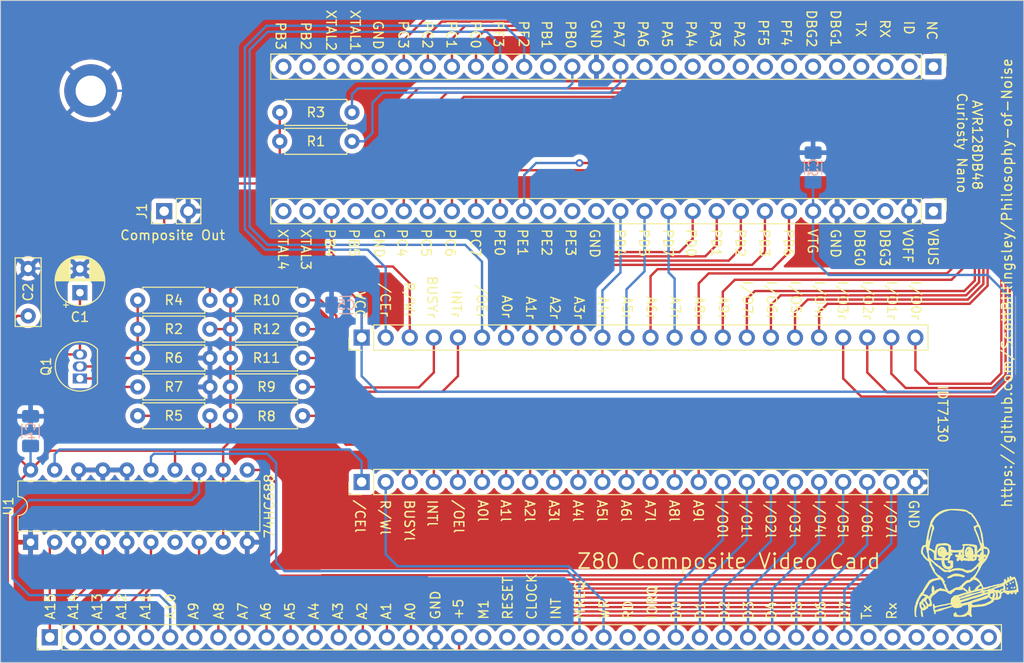
<source format=kicad_pcb>
(kicad_pcb (version 20221018) (generator pcbnew)
  (layers (0 "F.Cu" signal) (31 "B.Cu" signal) (34 "B.Paste" user) (35 "F.Paste" user) (36 "B.SilkS" user "B.Silkscreen") (37 "F.SilkS" user "F.Silkscreen") (38 "B.Mask" user) (39 "F.Mask" user) (44 "Edge.Cuts" user))
  (net 0 "")
  (net 1 "+5 vdc")
  (net 2 "GND")
  (net 3 "Net-(J1-In)")
  (net 4 "{slash}CE L")
  (net 5 "R{slash}W L")
  (net 6 "Net-(J4-Pin_3)")
  (net 7 "Net-(J4-Pin_4)")
  (net 8 "Net-(J4-Pin_5)")
  (net 9 "Net-(J4-Pin_16)")
  (net 10 "Net-(J4-Pin_17)")
  (net 11 "Net-(J4-Pin_18)")
  (net 12 "Net-(J4-Pin_19)")
  (net 13 "Net-(J4-Pin_20)")
  (net 14 "Net-(J4-Pin_21)")
  (net 15 "Net-(J4-Pin_22)")
  (net 16 "Net-(J4-Pin_23)")
  (net 17 "{slash}CE R")
  (net 18 "R{slash}W R")
  (net 19 "Net-(J5-Pin_4)")
  (net 20 "Net-(J5-Pin_5)")
  (net 21 "{slash}OE R")
  (net 22 "A0")
  (net 23 "A1")
  (net 24 "A2")
  (net 25 "A3")
  (net 26 "A4")
  (net 27 "A5")
  (net 28 "A6")
  (net 29 "A7")
  (net 30 "A8")
  (net 31 "A9")
  (net 32 "I{slash}O 7")
  (net 33 "I{slash}O 6")
  (net 34 "I{slash}O 5")
  (net 35 "I{slash}O 4")
  (net 36 "I{slash}O 3")
  (net 37 "I{slash}O 2")
  (net 38 "I{slash}O 1")
  (net 39 "I{slash}O 0")
  (net 40 "A15 L")
  (net 41 "A14 L")
  (net 42 "A13 L")
  (net 43 "A12 L")
  (net 44 "A11 L")
  (net 45 "A10 L")
  (net 50 "MREQ")
  (net 72 "Data Out")
  (net 73 "Sync Out")
  (net 90 "Net-(Q1-E)")
  (net 91 "Net-(Q1-B)")
  (net 92 "Net-(R1-Pad1)")
  (net 93 "A0 L")
  (net 94 "A1 L")
  (net 95 "A2 L")
  (net 96 "A3 L")
  (net 97 "A4 L")
  (net 98 "A5 L")
  (net 99 "A6 L")
  (net 100 "A7 L")
  (net 101 "A8 L")
  (net 102 "A9 L")
  (footprint "Resistor_THT:R_Axial_DIN0207_L6.3mm_D2.5mm_P7.62mm_Horizontal" (layer "F.Cu") (at 40.386 76.327)
    (fp_text reference "R6")
    (fp_text value "1k8" hide)
  )
  (footprint "Resistor_THT:R_Axial_DIN0207_L6.3mm_D2.5mm_P7.62mm_Horizontal" (layer "F.Cu") (at 40.386 70.231)
    (fp_text reference "R4")
    (fp_text value "4k7" hide)
  )
  (footprint "Resistor_THT:R_Axial_DIN0207_L6.3mm_D2.5mm_P7.62mm_Horizontal" (layer "F.Cu") (at 40.386 79.375)
    (fp_text reference "R7")
    (fp_text value "470" hide)
  )
  (footprint "Resistor_THT:R_Axial_DIN0207_L6.3mm_D2.5mm_P7.62mm_Horizontal" (layer "F.Cu") (at 40.386 82.423)
    (fp_text reference "R5")
    (fp_text value "100" hide)
  )
  (footprint "Resistor_THT:R_Axial_DIN0207_L6.3mm_D2.5mm_P7.62mm_Horizontal" (layer "F.Cu") (at 50.165 73.279)
    (fp_text reference "R12")
    (fp_text value "10K" hide)
  )
  (footprint "Connector_PinHeader_2.54mm:PinHeader_1x02_P2.54mm_Vertical" (layer "F.Cu") (at 43.175 60.833 90)
    (fp_text reference "J1")
    (fp_text value "Composite Out")
  )
  (footprint "Connector_PinHeader_2.54mm:PinHeader_1x28_P2.54mm_Vertical" (layer "F.Cu") (at 124.333 60.833 -90)
    (fp_text reference "J8" hide)
    (fp_text value "Conn_01x28" hide)
  )
  (footprint "Connector_PinHeader_2.54mm:PinHeader_1x40_P2.54mm_Vertical" (layer "F.Cu") (at 31.115 105.791 90)
    (fp_text reference "J6" hide)
    (fp_text value "Z80 Bus" hide)
  )
  (footprint "Resistor_THT:R_Axial_DIN0207_L6.3mm_D2.5mm_P7.62mm_Horizontal" (layer "F.Cu") (at 57.785 82.423 180)
    (fp_text reference "R8")
    (fp_text value "10K" hide)
  )
  (footprint "Capacitor_THT:C_Rect_L7.0mm_W2.5mm_P5.00mm" (layer "F.Cu") (at 28.829 71.882 90)
    (fp_text reference "C2")
    (fp_text value "100n" hide)
  )
  (footprint "Resistor_THT:R_Axial_DIN0207_L6.3mm_D2.5mm_P7.62mm_Horizontal" (layer "F.Cu") (at 48.006 73.279 180)
    (fp_text reference "R2")
    (fp_text value "8k2" hide)
  )
  (footprint "Connector_PinHeader_2.54mm:PinHeader_1x24_P2.54mm_Vertical" (layer "F.Cu") (at 64.008 74.168 90)
    (fp_text reference "J5" hide)
    (fp_text value "Conn_01x24" hide)
  )
  (footprint "Capacitor_THT:CP_Radial_D5.0mm_P2.50mm" (layer "F.Cu") (at 34.29 69.429 90)
    (fp_text reference "C1")
    (fp_text value "10u")
  )
  (footprint "LOGO" (layer "F.Cu") (at 127.508 97.79)
    (fp_text reference "G***")
    (fp_text value "LOGO" hide)
  )
  (footprint "Package_DIP:DIP-20_W7.62mm" (layer "F.Cu") (at 29.083 95.758 90)
    (fp_text reference "U1")
    (fp_text value "74HC688")
  )
  (footprint "Resistor_THT:R_Axial_DIN0207_L6.3mm_D2.5mm_P7.62mm_Horizontal" (layer "F.Cu") (at 50.165 70.231)
    (fp_text reference "R10")
    (fp_text value "10K" hide)
  )
  (footprint "Package_TO_SOT_THT:TO-92_Inline" (layer "F.Cu") (at 34.29 78.486 90)
    (fp_text reference "Q1")
    (fp_text value "2N3904")
  )
  (footprint "Resistor_THT:R_Axial_DIN0207_L6.3mm_D2.5mm_P7.62mm_Horizontal" (layer "F.Cu") (at 57.785 76.327 180)
    (fp_text reference "R11")
    (fp_text value "10K" hide)
  )
  (footprint "Resistor_THT:R_Axial_DIN0207_L6.3mm_D2.5mm_P7.62mm_Horizontal" (layer "F.Cu") (at 55.372 53.467)
    (fp_text reference "R1")
    (fp_text value "470")
  )
  (footprint "Connector_PinHeader_2.54mm:PinHeader_1x28_P2.54mm_Vertical" (layer "F.Cu") (at 124.333 45.593 -90)
    (fp_text reference "J7" hide)
    (fp_text value "Conn_01x28" hide)
  )
  (footprint "MountingHole:MountingHole_3.2mm_M3_DIN965_Pad" (layer "F.Cu") (at 35.433 48.133)
    (fp_text reference "REF**" hide)
    (fp_text value "MountingHole_3.2mm_M3_DIN965_Pad" hide)
  )
  (footprint "Resistor_THT:R_Axial_DIN0207_L6.3mm_D2.5mm_P7.62mm_Horizontal" (layer "F.Cu") (at 57.785 79.375 180)
    (fp_text reference "R9")
    (fp_text value "10K" hide)
  )
  (footprint "Resistor_THT:R_Axial_DIN0207_L6.3mm_D2.5mm_P7.62mm_Horizontal" (layer "F.Cu") (at 55.372 50.419)
    (fp_text reference "R3")
    (fp_text value "1k")
  )
  (footprint "Connector_PinHeader_2.54mm:PinHeader_1x24_P2.54mm_Vertical" (layer "F.Cu") (at 64.008 89.408 90)
    (fp_text reference "J4" hide)
    (fp_text value "Conn_01x24" hide)
  )
  (footprint "Capacitor_SMD:C_1206_3216Metric_Pad1.33x1.80mm_HandSolder" (layer "B.Cu") (at 62.3955 70.739 180)
    (fp_text reference "C5")
    (fp_text value "100n" hide)
  )
  (footprint "Capacitor_SMD:C_1206_3216Metric_Pad1.33x1.80mm_HandSolder" (layer "B.Cu") (at 111.633 56.2225 90)
    (fp_text reference "C3")
    (fp_text value "100n" hide)
  )
  (footprint "Capacitor_SMD:C_1206_3216Metric_Pad1.33x1.80mm_HandSolder" (layer "B.Cu") (at 29.083 84.0355 90)
    (fp_text reference "C4")
    (fp_text value "100n" hide)
  )
  (gr_line (start 25.908 108.458) (end 133.858 108.458) (stroke (width 0.1)) (layer "Edge.Cuts"))
  (gr_line (start 25.908 108.458) (end 25.908 38.608) (stroke (width 0.1)) (layer "Edge.Cuts"))
  (gr_line (start 133.858 108.458) (end 133.858 38.608) (stroke (width 0.1)) (layer "Edge.Cuts"))
  (gr_line (start 133.858 38.608) (end 25.908 38.608) (stroke (width 0.1)) (layer "Edge.Cuts"))
  (gr_text "PB5" (at 62.611 62.611 -90) (layer "F.SilkS") (effects (font (size 1 1)) (justify left bottom)))
  (gr_text "D4" (at 107.823 104.013 90) (layer "F.SilkS") (effects (font (size 1 1)) (justify left bottom)))
  (gr_text "PA7" (at 90.551 40.64 -90) (layer "F.SilkS") (effects (font (size 1 1)) (justify left bottom)))
  (gr_text "PD5" (at 93.218 62.611 -90) (layer "F.SilkS") (effects (font (size 1 1)) (justify left bottom)))
  (gr_text "PB0" (at 85.471 40.64 -90) (layer "F.SilkS") (effects (font (size 1 1)) (justify left bottom)))
  (gr_text "A0r" (at 78.74 69.596 -90) (layer "F.SilkS") (effects (font (size 1 1)) (justify left bottom)))
  (gr_text "XTAL4" (at 55.118 62.611 -90) (layer "F.SilkS") (effects (font (size 1 1)) (justify left bottom)))
  (gr_text "DBG0" (at 115.951 62.611 -90) (layer "F.SilkS") (effects (font (size 1 1)) (justify left bottom)))
  (gr_text "A3" (at 62.103 104.013 90) (layer "F.SilkS") (effects (font (size 1 1)) (justify left bottom)))
  (gr_text "A1r" (at 81.28 69.723 -90) (layer "F.SilkS") (effects (font (size 1 1)) (justify left bottom)))
  (gr_text "PC6" (at 72.771 62.611 -90) (layer "F.SilkS") (effects (font (size 1 1)) (justify left bottom)))
  (gr_text "VOFF" (at 121.031 62.611 -90) (layer "F.SilkS") (effects (font (size 1 1)) (justify left bottom)))
  (gr_text "XTAL3" (at 57.531 62.611 -90) (layer "F.SilkS") (effects (font (size 1 1)) (justify left bottom)))
  (gr_text "PD3" (at 105.918 62.611 -90) (layer "F.SilkS") (effects (font (size 1 1)) (justify left bottom)))
  (gr_text "Tx" (at 117.856 104.013 90) (layer "F.SilkS") (effects (font (size 1 1)) (justify left bottom)))
  (gr_text "I/O3r" (at 114.173 68.072 -90) (layer "F.SilkS") (effects (font (size 1 1)) (justify left bottom)))
  (gr_text "/OEr" (at 76.073 68.453 -90) (layer "F.SilkS") (effects (font (size 1 1)) (justify left bottom)))
  (gr_text "PC2" (at 70.358 40.64 -90) (layer "F.SilkS") (effects (font (size 1 1)) (justify left bottom)))
  (gr_text "PC0" (at 75.438 40.64 -90) (layer "F.SilkS") (effects (font (size 1 1)) (justify left bottom)))
  (gr_text "TX" (at 116.078 40.64 -90) (layer "F.SilkS") (effects (font (size 1 1)) (justify left bottom)))
  (gr_text "A5l" (at 88.773 91.186 -90) (layer "F.SilkS") (effects (font (size 1 1)) (justify left bottom)))
  (gr_text "A8l" (at 96.393 91.186 -90) (layer "F.SilkS") (effects (font (size 1 1)) (justify left bottom)))
  (gr_text "VCC" (at 63.246 69.215 -90) (layer "F.SilkS") (effects (font (size 1 1)) (justify left bottom)))
  (gr_text "DBG3" (at 118.618 62.611 -90) (layer "F.SilkS") (effects (font (size 1 1)) (justify left bottom)))
  (gr_text "I/O7l" (at 119.253 91.186 -90) (layer "F.SilkS") (effects (font (size 1 1)) (justify left bottom)))
  (gr_text "GND" (at 72.39 104.013 90) (layer "F.SilkS") (effects (font (size 1 1)) (justify left bottom)))
  (gr_text "A9" (at 46.863 104.013 90) (layer "F.SilkS") (effects (font (size 1 1)) (justify left bottom)))
  (gr_text "I/O5l" (at 114.173 91.186 -90) (layer "F.SilkS") (effects (font (size 1 1)) (justify left bottom)))
  (gr_text "I/O2l" (at 106.553 91.186 -90) (layer "F.SilkS") (effects (font (size 1 1)) (justify left bottom)))
  (gr_text "PA3" (at 100.711 40.64 -90) (layer "F.SilkS") (effects (font (size 1 1)) (justify left bottom)))
  (gr_text "PF4" (at 108.204 40.513 -90) (layer "F.SilkS") (effects (font (size 1 1)) (justify left bottom)))
  (gr_text "A15" (at 31.75 104.013 90) (layer "F.SilkS") (effects (font (size 1 1)) (justify left bottom)))
  (gr_text "R/Wl" (at 65.913 91.186 -90) (layer "F.SilkS") (effects (font (size 1 1)) (justify left bottom)))
  (gr_text "I/O6l" (at 116.713 91.186 -90) (layer "F.SilkS") (effects (font (size 1 1)) (justify left bottom)))
  (gr_text "A5r" (at 91.44 69.723 -90) (layer "F.SilkS") (effects (font (size 1 1)) (justify left bottom)))
  (gr_text "I/O6r" (at 106.68 68.072 -90) (layer "F.SilkS") (effects (font (size 1 1)) (justify left bottom)))
  (gr_text "A4l" (at 86.233 91.186 -90) (layer "F.SilkS") (effects (font (size 1 1)) (justify left bottom)))
  (gr_text "RESET" (at 80.01 104.013 90) (layer "F.SilkS") (effects (font (size 1 1)) (justify left bottom)))
  (gr_text "A1" (at 67.183 104.013 90) (layer "F.SilkS") (effects (font (size 1 1)) (justify left bottom)))
  (gr_text "M1" (at 77.47 104.013 90) (layer "F.SilkS") (effects (font (size 1 1)) (justify left bottom)))
  (gr_text "D2" (at 102.87 104.013 90) (layer "F.SilkS") (effects (font (size 1 1)) (justify left bottom)))
  (gr_text "I/O2r" (at 116.84 68.072 -90) (layer "F.SilkS") (effects (font (size 1 1)) (justify left bottom)))
  (gr_text "IDT7130" (at 124.714 79.121 -90) (layer "F.SilkS") (effects (font (size 1 1)) (justify left bottom)))
  (gr_text "PE3" (at 85.471 62.611 -90) (layer "F.SilkS") (effects (font (size 1 1)) (justify left bottom)))
  (gr_text "PA5" (at 95.631 40.64 -90) (layer "F.SilkS") (effects (font (size 1 1)) (justify left bottom)))
  (gr_text "PE2" (at 82.931 62.611 -90) (layer "F.SilkS") (effects (font (size 1 1)) (justify left bottom)))
  (gr_text "PC1" (at 72.898 40.64 -90) (layer "F.SilkS") (effects (font (size 1 1)) (justify left bottom)))
  (gr_text "DBG2" (at 110.871 39.497 -90) (layer "F.SilkS") (effects (font (size 1 1)) (justify left bottom)))
  (gr_text "A4" (at 59.563 104.013 90) (layer "F.SilkS") (effects (font (size 1 1)) (justify left bottom)))
  (gr_text "PD2" (at 103.378 62.611 -90) (layer "F.SilkS") (effects (font (size 1 1)) (justify left bottom)))
  (gr_text "PF5" (at 105.791 40.513 -90) (layer "F.SilkS") (effects (font (size 1 1)) (justify left bottom)))
  (gr_text "https://github.com/ScottBillingsley/Philosophy-of-Noise" (at 132.715 92.202 90) (layer "F.SilkS") (effects (font (size 1.0668 1.0668)) (justify left bottom)))
  (gr_text "DBG1" (at 113.411 39.497 -90) (layer "F.SilkS") (effects (font (size 1 1)) (justify left bottom)))
  (gr_text "GND" (at 65.278 62.611 -90) (layer "F.SilkS") (effects (font (size 1 1)) (justify left bottom)))
  (gr_text "PA2" (at 103.251 40.64 -90) (layer "F.SilkS") (effects (font (size 1 1)) (justify left bottom)))
  (gr_text "PD6" (at 108.458 62.611 -90) (layer "F.SilkS") (effects (font (size 1 1)) (justify left bottom)))
  (gr_text "A2l" (at 81.153 91.186 -90) (layer "F.SilkS") (effects (font (size 1 1)) (justify left bottom)))
  (gr_text "IORQ" (at 95.25 104.013 90) (layer "F.SilkS") (effects (font (size 1 1)) (justify left bottom)))
  (gr_text "I/O0r" (at 121.92 68.072 -90) (layer "F.SilkS") (effects (font (size 1 1)) (justify left bottom)))
  (gr_text "PA4" (at 98.171 40.64 -90) (layer "F.SilkS") (effects (font (size 1 1)) (justify left bottom)))
  (gr_text "D1" (at 100.33 104.013 90) (layer "F.SilkS") (effects (font (size 1 1)) (justify left bottom)))
  (gr_text "WR" (at 90.17 104.013 90) (layer "F.SilkS") (effects (font (size 1 1)) (justify left bottom)))
  (gr_text "PC4" (at 67.691 62.611 -90) (layer "F.SilkS") (effects (font (size 1 1)) (justify left bottom)))
  (gr_text "PB3" (at 54.864 40.767 -90) (layer "F.SilkS") (effects (font (size 1 1)) (justify left bottom)))
  (gr_text "VTG" (at 110.998 62.611 -90) (layer "F.SilkS") (effects (font (size 1 1)) (justify left bottom)))
  (gr_text "A6r" (at 93.98 69.723 -90) (layer "F.SilkS") (effects (font (size 1 1)) (justify left bottom)))
  (gr_text "GND" (at 88.011 62.611 -90) (layer "F.SilkS") (effects (font (size 1 1)) (justify left bottom)))
  (gr_text "D7" (at 115.57 104.013 90) (layer "F.SilkS") (effects (font (size 1 1)) (justify left bottom)))
  (gr_text "GND" (at 65.151 40.64 -90) (layer "F.SilkS") (effects (font (size 1 1)) (justify left bottom)))
  (gr_text "A4r" (at 88.9 69.723 -90) (layer "F.SilkS") (effects (font (size 1 1)) (justify left bottom)))
  (gr_text "A6l" (at 91.313 91.186 -90) (layer "F.SilkS") (effects (font (size 1 1)) (justify left bottom)))
  (gr_text "VBUS" (at 123.698 62.611 -90) (layer "F.SilkS") (effects (font (size 1 1)) (justify left bottom)))
  (gr_text "I/O7r" (at 104.14 68.072 -90) (layer "F.SilkS") (effects (font (size 1 1)) (justify left bottom)))
  (gr_text "A8" (at 49.53 104.013 90) (layer "F.SilkS") (effects (font (size 1 1)) (justify left bottom)))
  (gr_text "A2r" (at 83.82 69.723 -90) (layer "F.SilkS") (effects (font (size 1 1)) (justify left bottom)))
  (gr_text "A9l" (at 98.933 91.186 -90) (layer "F.SilkS") (effects (font (size 1 1)) (justify left bottom)))
  (gr_text "A5" (at 57.023 104.013 90) (layer "F.SilkS") (effects (font (size 1 1)) (justify left bottom)))
  (gr_text "I/O4l" (at 111.76 91.186 -90) (layer "F.SilkS") (effects (font (size 1 1)) (justify left bottom)))
  (gr_text "+5" (at 74.803 104.013 90) (layer "F.SilkS") (effects (font (size 1 1)) (justify left bottom)))
  (gr_text "A1l" (at 78.613 91.186 -90) (layer "F.SilkS") (effects (font (size 1 1)) (justify left bottom)))
  (gr_text "A7l" (at 93.853 91.186 -90) (layer "F.SilkS") (effects (font (size 1 1)) (justify left bottom)))
  (gr_text "MREQ" (at 87.63 104.013 90) (layer "F.SilkS") (effects (font (size 1 1)) (justify left bottom)))
  (gr_text "XTAL1" (at 62.738 39.497 -90) (layer "F.SilkS") (effects (font (size 1 1)) (justify left bottom)))
  (gr_text " AVR128DB48\nCuriosty Nano" (at 126.746 48.26 -90) (layer "F.SilkS") (effects (font (size 1 1)) (justify left bottom)))
  (gr_text "A0l" (at 76.2 91.186 -90) (layer "F.SilkS") (effects (font (size 1 1)) (justify left bottom)))
  (gr_text "D5" (at 110.49 104.013 90) (layer "F.SilkS") (effects (font (size 1 1)) (justify left bottom)))
  (gr_text "A7r" (at 96.52 69.723 -90) (layer "F.SilkS") (effects (font (size 1 1)) (justify left bottom)))
  (gr_text "PD4" (at 90.678 62.611 -90) (layer "F.SilkS") (effects (font (size 1 1)) (justify left bottom)))
  (gr_text "PB1" (at 82.931 40.64 -90) (layer "F.SilkS") (effects (font (size 1 1)) (justify left bottom)))
  (gr_text "PD1" (at 100.838 62.611 -90) (layer "F.SilkS") (effects (font (size 1 1)) (justify left bottom)))
  (gr_text "BUSYl" (at 68.453 91.186 -90) (layer "F.SilkS") (effects (font (size 1 1)) (justify left bottom)))
  (gr_text "A14" (at 34.163 104.013 90) (layer "F.SilkS") (effects (font (size 1 1)) (justify left bottom)))
  (gr_text "RX" (at 118.618 40.513 -90) (layer "F.SilkS") (effects (font (size 1 1)) (justify left bottom)))
  (gr_text "A12" (at 39.243 104.013 90) (layer "F.SilkS") (effects (font (size 1 1)) (justify left bottom)))
  (gr_text "Z80 Composite Video Card" (at 86.614 98.679) (layer "F.SilkS") (effects (font (size 1.5748 1.5748) (thickness 0.1778)) (justify left bottom)))
  (gr_text "Rx" (at 120.523 104.013 90) (layer "F.SilkS") (effects (font (size 1 1)) (justify left bottom)))
  (gr_text "NC" (at 123.571 40.64 -90) (layer "F.SilkS") (effects (font (size 1 1)) (justify left bottom)))
  (gr_text "A6" (at 54.483 104.013 90) (layer "F.SilkS") (effects (font (size 1 1)) (justify left bottom)))
  (gr_text "A3r" (at 86.36 69.723 -90) (layer "F.SilkS") (effects (font (size 1 1)) (justify left bottom)))
  (gr_text "A0" (at 69.723 104.013 90) (layer "F.SilkS") (effects (font (size 1 1)) (justify left bottom)))
  (gr_text "ID" (at 121.158 40.64 -90) (layer "F.SilkS") (effects (font (size 1 1)) (justify left bottom)))
  (gr_text "A8r" (at 99.06 69.723 -90) (layer "F.SilkS") (effects (font (size 1 1)) (justify left bottom)))
  (gr_text "/CEl" (at 63.246 91.186 -90) (layer "F.SilkS") (effects (font (size 1 1)) (justify left bottom)))
  (gr_text "PC7" (at 75.438 62.611 -90) (layer "F.SilkS") (effects (font (size 1 1)) (justify left bottom)))
  (gr_text "PF2" (at 80.518 40.64 -90) (layer "F.SilkS") (effects (font (size 1 1)) (justify left bottom)))
  (gr_text "/OEl" (at 73.66 91.186 -90) (layer "F.SilkS") (effects (font (size 1 1)) (justify left bottom)))
  (gr_text "INTl" (at 70.866 91.186 -90) (layer "F.SilkS") (effects (font (size 1 1)) (justify left bottom)))
  (gr_text "CLOCK" (at 82.55 104.013 90) (layer "F.SilkS") (effects (font (size 1 1)) (justify left bottom)))
  (gr_text "I/O1l" (at 104.013 91.186 -90) (layer "F.SilkS") (effects (font (size 1 1)) (justify left bottom)))
  (gr_text "A7" (at 52.07 104.013 90) (layer "F.SilkS") (effects (font (size 1 1)) (justify left bottom)))
  (gr_text "/CEr" (at 65.913 68.326 -90) (layer "F.SilkS") (effects (font (size 1 1)) (justify left bottom)))
  (gr_text "XTAL2" (at 60.198 39.497 -90) (layer "F.SilkS") (effects (font (size 1 1)) (justify left bottom)))
  (gr_text "GND" (at 113.411 62.611 -90) (layer "F.SilkS") (effects (font (size 1 1)) (justify left bottom)))
  (gr_text "PE1" (at 80.391 62.611 -90) (layer "F.SilkS") (effects (font (size 1 1)) (justify left bottom)))
  (gr_text "GND" (at 88.138 40.513 -90) (layer "F.SilkS") (effects (font (size 1 1)) (justify left bottom)))
  (gr_text "I/O0l" (at 101.473 91.186 -90) (layer "F.SilkS") (effects (font (size 1 1)) (justify left bottom)))
  (gr_text "PB2" (at 57.531 40.767 -90) (layer "F.SilkS") (effects (font (size 1 1)) (justify left bottom)))
  (gr_text "INTr" (at 73.406 69.088 -90) (layer "F.SilkS") (effects (font (size 1 1)) (justify left bottom)))
  (gr_text "PA6" (at 93.091 40.64 -90) (layer "F.SilkS") (effects (font (size 1 1)) (justify left bottom)))
  (gr_text "D3" (at 105.41 104.013 90) (layer "F.SilkS") (effects (font (size 1 1)) (justify left bottom)))
  (gr_text "A10" (at 44.45 104.013 90) (layer "F.SilkS") (effects (font (size 1 1)) (justify left bottom)))
  (gr_text "BUSYr" (at 70.866 67.564 -90) (layer "F.SilkS") (effects (font (size 1 1)) (justify left bottom)))
  (gr_text "D0" (at 97.79 104.013 90) (layer "F.SilkS") (effects (font (size 1 1)) (justify left bottom)))
  (gr_text "PB4" (at 60.071 62.611 -90) (layer "F.SilkS") (effects (font (size 1 1)) (justify left bottom)))
  (gr_text "PC3" (at 67.818 40.64 -90) (layer "F.SilkS") (effects (font (size 1 1)) (justify left bottom)))
  (gr_text "I/O5r" (at 109.22 68.072 -90) (layer "F.SilkS") (effects (font (size 1 1)) (justify left bottom)))
  (gr_text "GND" (at 121.666 91.186 -90) (layer "F.SilkS") (effects (font (size 1 1)) (justify left bottom)))
  (gr_text "INT" (at 85.09 104.013 90) (layer "F.SilkS") (effects (font (size 1 1)) (justify left bottom)))
  (gr_text "A11" (at 41.783 104.013 90) (layer "F.SilkS") (effects (font (size 1 1)) (justify left bottom)))
  (gr_text "PC5" (at 70.231 62.611 -90) (layer "F.SilkS") (effects (font (size 1 1)) (justify left bottom)))
  (gr_text "RD" (at 92.71 104.013 90) (layer "F.SilkS") (effects (font (size 1 1)) (justify left bottom)))
  (gr_text "A13" (at 36.703 104.013 90) (layer "F.SilkS") (effects (font (size 1 1)) (justify left bottom)))
  (gr_text "D6" (at 113.03 104.013 90) (layer "F.SilkS") (effects (font (size 1 1)) (justify left bottom)))
  (gr_text "A9r" (at 101.6 69.723 -90) (layer "F.SilkS") (effects (font (size 1 1)) (justify left bottom)))
  (gr_text "I/O4r" (at 111.76 68.072 -90) (layer "F.SilkS") (effects (font (size 1 1)) (justify left bottom)))
  (gr_text "A2" (at 64.643 104.013 90) (layer "F.SilkS") (effects (font (size 1 1)) (justify left bottom)))
  (gr_text "R/Wr" (at 68.453 68.199 -90) (layer "F.SilkS") (effects (font (size 1 1)) (justify left bottom)))
  (gr_text "I/O3l" (at 109.093 91.186 -90) (layer "F.SilkS") (effects (font (size 1 1)) (justify left bottom)))
  (gr_text "PF3" (at 77.851 40.64 -90) (layer "F.SilkS") (effects (font (size 1 1)) (justify left bottom)))
  (gr_text "PD7" (at 95.758 62.611 -90) (layer "F.SilkS") (effects (font (size 1 1)) (justify left bottom)))
  (gr_text "A3l" (at 83.693 91.186 -90) (layer "F.SilkS") (effects (font (size 1 1)) (justify left bottom)))
  (gr_text "PE0" (at 77.978 62.611 -90) (layer "F.SilkS") (effects (font (size 1 1)) (justify left bottom)))
  (gr_text "PD0" (at 98.171 62.611 -90) (layer "F.SilkS") (effects (font (size 1 1)) (justify left bottom)))
  (gr_text "I/O1r" (at 119.38 68.072 -90) (layer "F.SilkS") (effects (font (size 1 1)) (justify left bottom)))
  (segment (start 50.165 76.327) (end 50.165 79.375) (width 0.25) (layer "F.Cu") (net 1))
  (segment (start 74.295 107.061) (end 73.787 107.569) (width 0.25) (layer "F.Cu") (net 1))
  (segment (start 61.849 68.453) (end 50.8 68.453) (width 0.25) (layer "F.Cu") (net 1))
  (segment (start 64.008 74.168) (end 64.008 70.612) (width 0.25) (layer "F.Cu") (net 1))
  (segment (start 49.403 85.852) (end 50.165 85.09) (width 0.25) (layer "F.Cu") (net 1))
  (segment (start 73.787 107.569) (end 28.321 107.569) (width 0.25) (layer "F.Cu") (net 1))
  (segment (start 29.083 88.138) (end 31.115 86.106) (width 0.25) (layer "F.Cu") (net 1))
  (segment (start 27.051 72.517) (end 27.686 71.882) (width 0.25) (layer "F.Cu") (net 1))
  (segment (start 64.008 70.612) (end 61.849 68.453) (width 0.25) (layer "F.Cu") (net 1))
  (segment (start 29.083 88.138) (end 27.051 86.106) (width 0.25) (layer "F.Cu") (net 1))
  (segment (start 26.67 105.918) (end 26.67 92.075) (width 0.25) (layer "F.Cu") (net 1))
  (segment (start 27.051 75.946) (end 27.051 72.517) (width 0.25) (layer "F.Cu") (net 1))
  (segment (start 50.165 85.09) (end 50.165 82.423) (width 0.25) (layer "F.Cu") (net 1))
  (segment (start 49.403 88.138) (end 49.403 86.106) (width 0.25) (layer "F.Cu") (net 1))
  (segment (start 44.323 86.106) (end 49.403 86.106) (width 0.25) (layer "F.Cu") (net 1))
  (segment (start 44.323 88.138) (end 44.323 86.106) (width 0.25) (layer "F.Cu") (net 1))
  (segment (start 34.29 75.946) (end 27.051 75.946) (width 0.25) (layer "F.Cu") (net 1))
  (segment (start 74.295 105.791) (end 74.295 107.061) (width 0.25) (layer "F.Cu") (net 1))
  (segment (start 49.403 95.758) (end 49.403 88.138) (width 0.25) (layer "F.Cu") (net 1))
  (segment (start 50.165 70.231) (end 50.165 73.279) (width 0.25) (layer "F.Cu") (net 1))
  (segment (start 49.403 86.106) (end 49.403 85.852) (width 0.25) (layer "F.Cu") (net 1))
  (segment (start 34.29 75.946) (end 34.29 69.429) (width 0.25) (layer "F.Cu") (net 1))
  (segment (start 26.67 90.551) (end 29.083 88.138) (width 0.25) (layer "F.Cu") (net 1))
  (segment (start 26.67 92.075) (end 26.67 90.551) (width 0.25) (layer "F.Cu") (net 1))
  (segment (start 27.051 86.106) (end 27.051 75.946) (width 0.25) (layer "F.Cu") (net 1))
  (segment (start 31.115 86.106) (end 44.323 86.106) (width 0.25) (layer "F.Cu") (net 1))
  (segment (start 50.165 79.375) (end 50.165 82.423) (width 0.25) (layer "F.Cu") (net 1))
  (segment (start 27.686 71.882) (end 28.829 71.882) (width 0.25) (layer "F.Cu") (net 1))
  (segment (start 50.165 69.088) (end 50.165 70.231) (width 0.25) (layer "F.Cu") (net 1))
  (segment (start 50.165 73.279) (end 48.006 73.279) (width 0.25) (layer "F.Cu") (net 1))
  (segment (start 50.165 73.279) (end 50.165 76.327) (width 0.25) (layer "F.Cu") (net 1))
  (segment (start 50.8 68.453) (end 50.165 69.088) (width 0.25) (layer "F.Cu") (net 1))
  (segment (start 28.321 107.569) (end 26.67 105.918) (width 0.25) (layer "F.Cu") (net 1))
  (segment (start 130.048 67.564) (end 132.392 69.908) (width 0.25) (layer "B.Cu") (net 1))
  (segment (start 111.633 60.833) (end 111.633 65.913) (width 0.25) (layer "B.Cu") (net 1))
  (segment (start 132.392 77.92) (end 130.429 79.883) (width 0.25) (layer "B.Cu") (net 1))
  (segment (start 29.083 85.598) (end 29.083 88.138) (width 0.25) (layer "B.Cu") (net 1))
  (segment (start 111.633 57.785) (end 111.633 60.833) (width 0.25) (layer "B.Cu") (net 1))
  (segment (start 64.008 70.789) (end 63.958 70.739) (width 0.25) (layer "B.Cu") (net 1))
  (segment (start 130.429 79.883) (end 65.659 79.883) (width 0.25) (layer "B.Cu") (net 1))
  (segment (start 64.008 78.232) (end 64.008 74.168) (width 0.25) (layer "B.Cu") (net 1))
  (segment (start 65.659 79.883) (end 64.008 78.232) (width 0.25) (layer "B.Cu") (net 1))
  (segment (start 111.633 65.913) (end 113.284 67.564) (width 0.25) (layer "B.Cu") (net 1))
  (segment (start 113.284 67.564) (end 130.048 67.564) (width 0.25) (layer "B.Cu") (net 1))
  (segment (start 64.008 74.168) (end 64.008 70.789) (width 0.25) (layer "B.Cu") (net 1))
  (segment (start 132.392 69.908) (end 132.392 77.92) (width 0.25) (layer "B.Cu") (net 1))
  (segment (start 35.306 48.26) (end 35.433 48.133) (width 0.25) (layer "B.Cu") (net 2))
  (segment (start 131.064 40.513) (end 132.842 42.291) (width 0.25) (layer "B.Cu") (net 2))
  (segment (start 45.339 80.137) (end 46.101 79.375) (width 0.25) (layer "B.Cu") (net 2))
  (segment (start 45.339 83.693) (end 45.339 80.137) (width 0.25) (layer "B.Cu") (net 2))
  (segment (start 53.086 99.441) (end 51.943 98.298) (width 0.25) (layer "B.Cu") (net 2))
  (segment (start 88.773 45.593) (end 88.773 42.545) (width 0.25) (layer "B.Cu") (net 2))
  (segment (start 71.755 106.807) (end 72.517 107.569) (width 0.25) (layer "B.Cu") (net 2))
  (segment (start 31.038 82.473) (end 31.877 83.312) (width 0.25) (layer "B.Cu") (net 2))
  (segment (start 51.943 94.361) (end 51.435 93.853) (width 0.25) (layer "B.Cu") (net 2))
  (segment (start 132.842 59.563) (end 132.842 89.408) (width 0.25) (layer "B.Cu") (net 2))
  (segment (start 121.793 60.833) (end 121.793 57.912) (width 0.25) (layer "B.Cu") (net 2))
  (segment (start 131.064 57.785) (end 121.92 57.785) (width 0.25) (layer "B.Cu") (net 2))
  (segment (start 26.543 83.058) (end 27.128 82.473) (width 0.25) (layer "B.Cu") (net 2))
  (segment (start 70.993 107.569) (end 28.321 107.569) (width 0.25) (layer "B.Cu") (net 2))
  (segment (start 90.805 40.513) (end 131.064 40.513) (width 0.25) (layer "B.Cu") (net 2))
  (segment (start 88.773 42.545) (end 90.805 40.513) (width 0.25) (layer "B.Cu") (net 2))
  (segment (start 26.543 90.043) (end 26.543 83.058) (width 0.25) (layer "B.Cu") (net 2))
  (segment (start 29.083 82.473) (end 31.038 82.473) (width 0.25) (layer "B.Cu") (net 2))
  (segment (start 132.842 59.563) (end 131.064 57.785) (width 0.25) (layer "B.Cu") (net 2))
  (segment (start 34.544 93.853) (end 34.163 94.234) (width 0.25) (layer "B.Cu") (net 2))
  (segment (start 31.877 84.328) (end 32.639 85.09) (width 0.25) (layer "B.Cu") (net 2))
  (segment (start 43.942 85.09) (end 45.339 83.693) (width 0.25) (layer "B.Cu") (net 2))
  (segment (start 51.435 93.853) (end 39.243 93.853) (width 0.25) (layer "B.Cu") (net 2))
  (segment (start 71.755 100.33) (end 70.866 99.441) (width 0.25) (layer "B.Cu") (net 2))
  (segment (start 121.92 57.785) (end 114.173 57.785) (width 0.25) (layer "B.Cu") (net 2))
  (segment (start 48.006 76.327) (end 46.482 76.327) (width 0.25) (layer "B.Cu") (net 2))
  (segment (start 51.943 98.298) (end 51.943 95.758) (width 0.25) (layer "B.Cu") (net 2))
  (segment (start 71.755 106.807) (end 70.993 107.569) (width 0.25) (layer "B.Cu") (net 2))
  (segment (start 71.755 105.791) (end 71.755 106.807) (width 0.25) (layer "B.Cu") (net 2))
  (segment (start 132.842 89.408) (end 132.842 91.948) (width 0.25) (layer "B.Cu") (net 2))
  (segment (start 32.639 85.09) (end 43.942 85.09) (width 0.25) (layer "B.Cu") (net 2))
  (segment (start 27.128 82.473) (end 29.083 82.473) (width 0.25) (layer "B.Cu") (net 2))
  (segment (start 132.842 106.553) (end 132.842 91.948) (width 0.25) (layer "B.Cu") (net 2))
  (segment (start 36.703 90.043) (end 39.243 90.043) (width 0.25) (layer "B.Cu") (net 2))
  (segment (start 45.715 65.278) (end 45.715 60.833) (width 0.25) (layer "B.Cu") (net 2))
  (segment (start 34.163 94.234) (end 34.163 95.758) (width 0.25) (layer "B.Cu") (net 2))
  (segment (start 46.482 76.327) (end 45.715 75.56) (width 0.25) (layer "B.Cu") (net 2))
  (segment (start 35.433 48.133) (end 44.069 48.133) (width 0.25) (layer "B.Cu") (net 2))
  (segment (start 132.842 42.291) (end 132.842 59.563) (width 0.25) (layer "B.Cu") (net 2))
  (segment (start 28.829 66.882) (end 34.243 66.882) (width 0.25) (layer "B.Cu") (net 2))
  (segment (start 121.793 57.912) (end 121.92 57.785) (width 0.25) (layer "B.Cu") (net 2))
  (segment (start 39.243 95.758) (end 39.243 93.853) (width 0.25) (layer "B.Cu") (net 2))
  (segment (start 70.866 99.441) (end 53.086 99.441) (width 0.25) (layer "B.Cu") (net 2))
  (segment (start 122.428 89.408) (end 132.842 89.408) (width 0.25) (layer "B.Cu") (net 2))
  (segment (start 34.243 66.882) (end 34.29 66.929) (width 0.25) (layer "B.Cu") (net 2))
  (segment (start 45.715 75.56) (end 45.715 66.929) (width 0.25) (layer "B.Cu") (net 2))
  (segment (start 36.703 90.043) (end 26.543 90.043) (width 0.25) (layer "B.Cu") (net 2))
  (segment (start 36.703 88.138) (end 36.703 90.043) (width 0.25) (layer "B.Cu") (net 2))
  (segment (start 59.817 66.929) (end 60.833 67.945) (width 0.25) (layer "B.Cu") (net 2))
  (segment (start 26.543 105.791) (end 26.543 90.043) (width 0.25) (layer "B.Cu") (net 2))
  (segment (start 114.173 55.372) (end 114.173 57.785) (width 0.25) (layer "B.Cu") (net 2))
  (segment (start 39.243 88.138) (end 39.243 90.043) (width 0.25) (layer "B.Cu") (net 2))
  (segment (start 113.461 54.66) (end 114.173 55.372) (width 0.25) (layer "B.Cu") (net 2))
  (segment (start 34.29 66.929) (end 45.715 66.929) (width 0.25) (layer "B.Cu") (net 2))
  (segment (start 111.633 54.66) (end 113.461 54.66) (width 0.25) (layer "B.Cu") (net 2))
  (segment (start 48.006 76.327) (end 48.006 79.375) (width 0.25) (layer "B.Cu") (net 2))
  (segment (start 31.877 83.312) (end 31.877 84.328) (width 0.25) (layer "B.Cu") (net 2))
  (segment (start 60.833 67.945) (end 60.833 70.739) (width 0.25) (layer "B.Cu") (net 2))
  (segment (start 34.163 88.138) (end 36.703 88.138) (width 0.25) (layer "B.Cu") (net 2))
  (segment (start 71.755 105.791) (end 71.755 100.33) (width 0.25) (layer "B.Cu") (net 2))
  (segment (start 45.715 66.929) (end 45.715 65.278) (width 0.25) (layer "B.Cu") (net 2))
  (segment (start 45.715 49.779) (end 45.715 60.833) (width 0.25) (layer "B.Cu") (net 2))
  (segment (start 114.173 57.785) (end 114.173 60.833) (width 0.25) (layer "B.Cu") (net 2))
  (segment (start 51.943 95.758) (end 51.943 94.361) (width 0.25) (layer "B.Cu") (net 2))
  (segment (start 131.826 107.569) (end 132.842 106.553) (width 0.25) (layer "B.Cu") (net 2))
  (segment (start 45.715 66.929) (end 59.817 66.929) (width 0.25) (layer "B.Cu") (net 2))
  (segment (start 72.517 107.569) (end 131.826 107.569) (width 0.25) (layer "B.Cu") (net 2))
  (segment (start 39.243 93.853) (end 34.544 93.853) (width 0.25) (layer "B.Cu") (net 2))
  (segment (start 44.069 48.133) (end 45.715 49.779) (width 0.25) (layer "B.Cu") (net 2))
  (segment (start 28.321 107.569) (end 26.543 105.791) (width 0.25) (layer "B.Cu") (net 2))
  (segment (start 46.101 79.375) (end 48.006 79.375) (width 0.25) (layer "B.Cu") (net 2))
  (segment (start 40.386 82.423) (end 42.291 82.423) (width 0.25) (layer "F.Cu") (net 3))
  (segment (start 43.175 81.539) (end 43.175 60.833) (width 0.25) (layer "F.Cu") (net 3))
  (segment (start 42.291 82.423) (end 43.175 81.539) (width 0.25) (layer "F.Cu") (net 3))
  (segment (start 31.623 86.487) (end 31.623 88.138) (width 0.25) (layer "B.Cu") (net 4))
  (segment (start 64.008 87.249) (end 62.738 85.979) (width 0.25) (layer "B.Cu") (net 4))
  (segment (start 62.738 85.979) (end 32.131 85.979) (width 0.25) (layer "B.Cu") (net 4))
  (segment (start 64.008 89.408) (end 64.008 87.249) (width 0.25) (layer "B.Cu") (net 4))
  (segment (start 32.131 85.979) (end 31.623 86.487) (width 0.25) (layer "B.Cu") (net 4))
  (segment (start 85.852 98.298) (end 67.818 98.298) (width 0.25) (layer "B.Cu") (net 5))
  (segment (start 89.535 105.791) (end 89.535 101.981) (width 0.25) (layer "B.Cu") (net 5))
  (segment (start 67.818 98.298) (end 66.548 97.028) (width 0.25) (layer "B.Cu") (net 5))
  (segment (start 89.535 101.981) (end 85.852 98.298) (width 0.25) (layer "B.Cu") (net 5))
  (segment (start 66.548 97.028) (end 66.548 89.408) (width 0.25) (layer "B.Cu") (net 5))
  (segment (start 67.437 85.471) (end 69.088 87.122) (width 0.25) (layer "F.Cu") (net 6))
  (segment (start 59.309 82.423) (end 62.357 85.471) (width 0.25) (layer "F.Cu") (net 6))
  (segment (start 57.785 82.423) (end 59.309 82.423) (width 0.25) (layer "F.Cu") (net 6))
  (segment (start 62.357 85.471) (end 67.437 85.471) (width 0.25) (layer "F.Cu") (net 6))
  (segment (start 69.088 87.122) (end 69.088 89.408) (width 0.25) (layer "F.Cu") (net 6))
  (segment (start 69.654 85.021) (end 71.628 86.995) (width 0.25) (layer "F.Cu") (net 7))
  (segment (start 59.817 82.294604) (end 62.543396 85.021) (width 0.25) (layer "F.Cu") (net 7))
  (segment (start 59.817 79.883) (end 59.817 82.294604) (width 0.25) (layer "F.Cu") (net 7))
  (segment (start 71.628 86.995) (end 71.628 89.408) (width 0.25) (layer "F.Cu") (net 7))
  (segment (start 62.543396 85.021) (end 69.654 85.021) (width 0.25) (layer "F.Cu") (net 7))
  (segment (start 57.785 79.375) (end 59.309 79.375) (width 0.25) (layer "F.Cu") (net 7))
  (segment (start 59.309 79.375) (end 59.817 79.883) (width 0.25) (layer "F.Cu") (net 7))
  (segment (start 62.854 84.571) (end 72.633 84.571) (width 0.25) (layer "F.Cu") (net 8))
  (segment (start 59.563 76.327) (end 60.325 77.089) (width 0.25) (layer "F.Cu") (net 8))
  (segment (start 72.633 84.571) (end 74.168 86.106) (width 0.25) (layer "F.Cu") (net 8))
  (segment (start 57.785 76.327) (end 59.563 76.327) (width 0.25) (layer "F.Cu") (net 8))
  (segment (start 74.168 86.106) (end 74.168 89.408) (width 0.25) (layer "F.Cu") (net 8))
  (segment (start 60.325 77.089) (end 60.325 82.042) (width 0.25) (layer "F.Cu") (net 8))
  (segment (start 60.325 82.042) (end 62.854 84.571) (width 0.25) (layer "F.Cu") (net 8))
  (segment (start 97.155 105.791) (end 97.155 100.457) (width 0.25) (layer "B.Cu") (net 9))
  (segment (start 102.108 95.504) (end 102.108 89.408) (width 0.25) (layer "B.Cu") (net 9))
  (segment (start 97.155 100.457) (end 102.108 95.504) (width 0.25) (layer "B.Cu") (net 9))
  (segment (start 99.695 105.791) (end 99.695 100.457) (width 0.25) (layer "B.Cu") (net 10))
  (segment (start 99.695 100.457) (end 104.648 95.504) (width 0.25) (layer "B.Cu") (net 10))
  (segment (start 104.648 95.504) (end 104.648 89.408) (width 0.25) (layer "B.Cu") (net 10))
  (segment (start 107.188 95.631) (end 107.188 89.408) (width 0.25) (layer "B.Cu") (net 11))
  (segment (start 102.235 100.584) (end 107.188 95.631) (width 0.25) (layer "B.Cu") (net 11))
  (segment (start 102.235 105.791) (end 102.235 100.584) (width 0.25) (layer "B.Cu") (net 11))
  (segment (start 104.775 100.838) (end 109.728 95.885) (width 0.25) (layer "B.Cu") (net 12))
  (segment (start 104.775 105.791) (end 104.775 100.838) (width 0.25) (layer "B.Cu") (net 12))
  (segment (start 109.728 95.885) (end 109.728 89.408) (width 0.25) (layer "B.Cu") (net 12))
  (segment (start 112.268 95.758) (end 112.268 89.408) (width 0.25) (layer "B.Cu") (net 13))
  (segment (start 107.315 105.791) (end 107.315 100.711) (width 0.25) (layer "B.Cu") (net 13))
  (segment (start 107.315 100.711) (end 112.268 95.758) (width 0.25) (layer "B.Cu") (net 13))
  (segment (start 109.855 105.791) (end 109.855 100.711) (width 0.25) (layer "B.Cu") (net 14))
  (segment (start 109.855 100.711) (end 114.808 95.758) (width 0.25) (layer "B.Cu") (net 14))
  (segment (start 114.808 95.758) (end 114.808 89.408) (width 0.25) (layer "B.Cu") (net 14))
  (segment (start 112.395 100.965) (end 117.348 96.012) (width 0.25) (layer "B.Cu") (net 15))
  (segment (start 117.348 96.012) (end 117.348 89.408) (width 0.25) (layer "B.Cu") (net 15))
  (segment (start 112.395 105.791) (end 112.395 100.965) (width 0.25) (layer "B.Cu") (net 15))
  (segment (start 114.935 100.838) (end 119.888 95.885) (width 0.25) (layer "B.Cu") (net 16))
  (segment (start 119.888 95.885) (end 119.888 89.408) (width 0.25) (layer "B.Cu") (net 16))
  (segment (start 114.935 105.791) (end 114.935 100.838) (width 0.25) (layer "B.Cu") (net 16))
  (segment (start 53.975 41.275) (end 51.689 43.561) (width 0.25) (layer "B.Cu") (net 17))
  (segment (start 51.689 43.561) (end 51.689 62.738) (width 0.25) (layer "B.Cu") (net 17))
  (segment (start 64.643 64.897) (end 66.548 66.802) (width 0.25) (layer "B.Cu") (net 17))
  (segment (start 81.153 45.593) (end 81.153 43.307) (width 0.25) (layer "B.Cu") (net 17))
  (segment (start 66.548 66.802) (end 66.548 74.168) (width 0.25) (layer "B.Cu") (net 17))
  (segment (start 81.153 43.307) (end 79.121 41.275) (width 0.25) (layer "B.Cu") (net 17))
  (segment (start 51.689 62.738) (end 53.848 64.897) (width 0.25) (layer "B.Cu") (net 17))
  (segment (start 53.848 64.897) (end 64.643 64.897) (width 0.25) (layer "B.Cu") (net 17))
  (segment (start 79.121 41.275) (end 53.975 41.275) (width 0.25) (layer "B.Cu") (net 17))
  (segment (start 69.088 68.453) (end 67.31 66.675) (width 0.25) (layer "F.Cu") (net 18))
  (segment (start 67.31 66.675) (end 62.23 66.675) (width 0.25) (layer "F.Cu") (net 18))
  (segment (start 60.833 65.278) (end 60.833 60.833) (width 0.25) (layer "F.Cu") (net 18))
  (segment (start 69.088 74.168) (end 69.088 68.453) (width 0.25) (layer "F.Cu") (net 18))
  (segment (start 62.23 66.675) (end 60.833 65.278) (width 0.25) (layer "F.Cu") (net 18))
  (segment (start 61.341 71.882) (end 61.341 77.976604) (width 0.25) (layer "F.Cu") (net 19))
  (segment (start 62.797396 79.433) (end 70.046 79.433) (width 0.25) (layer "F.Cu") (net 19))
  (segment (start 61.341 77.976604) (end 62.797396 79.433) (width 0.25) (layer "F.Cu") (net 19))
  (segment (start 70.046 79.433) (end 71.628 77.851) (width 0.25) (layer "F.Cu") (net 19))
  (segment (start 71.628 77.851) (end 71.628 74.168) (width 0.25) (layer "F.Cu") (net 19))
  (segment (start 57.785 70.231) (end 59.69 70.231) (width 0.25) (layer "F.Cu") (net 19))
  (segment (start 59.69 70.231) (end 61.341 71.882) (width 0.25) (layer "F.Cu") (net 19))
  (segment (start 72.517 79.883) (end 74.168 78.232) (width 0.25) (layer "F.Cu") (net 20))
  (segment (start 60.833 74.549) (end 60.833 78.105) (width 0.25) (layer "F.Cu") (net 20))
  (segment (start 62.611 79.883) (end 72.517 79.883) (width 0.25) (layer "F.Cu") (net 20))
  (segment (start 59.563 73.279) (end 60.833 74.549) (width 0.25) (layer "F.Cu") (net 20))
  (segment (start 74.168 78.232) (end 74.168 74.168) (width 0.25) (layer "F.Cu") (net 20))
  (segment (start 57.785 73.279) (end 59.563 73.279) (width 0.25) (layer "F.Cu") (net 20))
  (segment (start 60.833 78.105) (end 62.611 79.883) (width 0.25) (layer "F.Cu") (net 20))
  (segment (start 77.216 41.91) (end 54.102 41.91) (width 0.25) (layer "B.Cu") (net 21))
  (segment (start 78.613 43.307) (end 77.216 41.91) (width 0.25) (layer "B.Cu") (net 21))
  (segment (start 52.197 62.484) (end 54.102 64.389) (width 0.25) (layer "B.Cu") (net 21))
  (segment (start 74.93 64.389) (end 76.708 66.167) (width 0.25) (layer "B.Cu") (net 21))
  (segment (start 76.708 66.167) (end 76.708 74.168) (width 0.25) (layer "B.Cu") (net 21))
  (segment (start 54.102 41.91) (end 52.197 43.815) (width 0.25) (layer "B.Cu") (net 21))
  (segment (start 54.102 64.389) (end 74.93 64.389) (width 0.25) (layer "B.Cu") (net 21))
  (segment (start 52.197 43.815) (end 52.197 62.484) (width 0.25) (layer "B.Cu") (net 21))
  (segment (start 78.613 45.593) (end 78.613 43.307) (width 0.25) (layer "B.Cu") (net 21))
  (segment (start 98.933 63.754) (end 98.933 60.833) (width 0.25) (layer "F.Cu") (net 22))
  (segment (start 79.248 74.168) (end 79.248 66.929) (width 0.25) (layer "F.Cu") (net 22))
  (segment (start 81.026 65.151) (end 97.536 65.151) (width 0.25) (layer "F.Cu") (net 22))
  (segment (start 97.536 65.151) (end 98.933 63.754) (width 0.25) (layer "F.Cu") (net 22))
  (segment (start 79.248 66.929) (end 81.026 65.151) (width 0.25) (layer "F.Cu") (net 22))
  (segment (start 81.788 67.125) (end 83.312 65.601) (width 0.25) (layer "F.Cu") (net 23))
  (segment (start 100.261 65.601) (end 101.473 64.389) (width 0.25) (layer "F.Cu") (net 23))
  (segment (start 81.788 74.168) (end 81.788 67.125) (width 0.25) (layer "F.Cu") (net 23))
  (segment (start 101.473 64.389) (end 101.473 60.833) (width 0.25) (layer "F.Cu") (net 23))
  (segment (start 83.312 65.601) (end 100.261 65.601) (width 0.25) (layer "F.Cu") (net 23))
  (segment (start 102.732 66.051) (end 104.013 64.77) (width 0.25) (layer "F.Cu") (net 24))
  (segment (start 85.714 66.051) (end 102.732 66.051) (width 0.25) (layer "F.Cu") (net 24))
  (segment (start 84.328 67.437) (end 85.714 66.051) (width 0.25) (layer "F.Cu") (net 24))
  (segment (start 104.013 64.77) (end 104.013 60.833) (width 0.25) (layer "F.Cu") (net 24))
  (segment (start 84.328 74.168) (end 84.328 67.437) (width 0.25) (layer "F.Cu") (net 24))
  (segment (start 86.868 67.691) (end 88.058 66.501) (width 0.25) (layer "F.Cu") (net 25))
  (segment (start 106.553 65.151) (end 106.553 60.833) (width 0.25) (layer "F.Cu") (net 25))
  (segment (start 86.868 74.168) (end 86.868 67.691) (width 0.25) (layer "F.Cu") (net 25))
  (segment (start 88.058 66.501) (end 105.203 66.501) (width 0.25) (layer "F.Cu") (net 25))
  (segment (start 105.203 66.501) (end 106.553 65.151) (width 0.25) (layer "F.Cu") (net 25))
  (segment (start 91.313 67.31) (end 89.408 69.215) (width 0.25) (layer "B.Cu") (net 26))
  (segment (start 91.313 60.833) (end 91.313 67.31) (width 0.25) (layer "B.Cu") (net 26))
  (segment (start 89.408 69.215) (end 89.408 74.168) (width 0.25) (layer "B.Cu") (net 26))
  (segment (start 91.948 69.088) (end 91.948 74.168) (width 0.25) (layer "B.Cu") (net 27))
  (segment (start 93.853 67.183) (end 91.948 69.088) (width 0.25) (layer "B.Cu") (net 27))
  (segment (start 93.853 60.833) (end 93.853 67.183) (width 0.25) (layer "B.Cu") (net 27))
  (segment (start 109.093 65.151) (end 109.093 60.833) (width 0.25) (layer "F.Cu") (net 28))
  (segment (start 94.488 74.168) (end 94.488 67.691) (width 0.25) (layer "F.Cu") (net 28))
  (segment (start 107.293 66.951) (end 109.093 65.151) (width 0.25) (layer "F.Cu") (net 28))
  (segment (start 95.228 66.951) (end 107.293 66.951) (width 0.25) (layer "F.Cu") (net 28))
  (segment (start 94.488 67.691) (end 95.228 66.951) (width 0.25) (layer "F.Cu") (net 28))
  (segment (start 97.028 67.945) (end 97.028 74.168) (width 0.25) (layer "B.Cu") (net 29))
  (segment (start 96.393 67.31) (end 97.028 67.945) (width 0.25) (layer "B.Cu") (net 29))
  (segment (start 96.393 60.833) (end 96.393 67.31) (width 0.25) (layer "B.Cu") (net 29))
  (segment (start 80.137 56.515) (end 78.613 58.039) (width 0.25) (layer "F.Cu") (net 30))
  (segment (start 99.568 68.453) (end 100.62 67.401) (width 0.25) (layer "F.Cu") (net 30))
  (segment (start 126.873 58.039) (end 125.349 56.515) (width 0.25) (layer "F.Cu") (net 30))
  (segment (start 78.613 58.039) (end 78.613 60.833) (width 0.25) (layer "F.Cu") (net 30))
  (segment (start 99.568 74.168) (end 99.568 68.453) (width 0.25) (layer "F.Cu") (net 30))
  (segment (start 125.766 67.401) (end 126.873 66.294) (width 0.25) (layer "F.Cu") (net 30))
  (segment (start 125.349 56.515) (end 80.137 56.515) (width 0.25) (layer "F.Cu") (net 30))
  (segment (start 100.62 67.401) (end 125.766 67.401) (width 0.25) (layer "F.Cu") (net 30))
  (segment (start 126.873 66.294) (end 126.873 58.039) (width 0.25) (layer "F.Cu") (net 30))
  (segment (start 127.635 57.785) (end 125.603 55.753) (width 0.25) (layer "F.Cu") (net 31))
  (segment (start 125.603 55.753) (end 86.995 55.753) (width 0.25) (layer "F.Cu") (net 31))
  (segment (start 126.238 68.072) (end 127.635 66.675) (width 0.25) (layer "F.Cu") (net 31))
  (segment (start 102.108 69.342) (end 103.378 68.072) (width 0.25) (layer "F.Cu") (net 31))
  (segment (start 127.635 66.675) (end 127.635 57.785) (width 0.25) (layer "F.Cu") (net 31))
  (segment (start 103.378 68.072) (end 126.238 68.072) (width 0.25) (layer "F.Cu") (net 31))
  (segment (start 102.108 74.168) (end 102.108 69.342) (width 0.25) (layer "F.Cu") (net 31))
  (via (at 86.995 55.753) (size 0.8) (drill 0.4) (layers "F.Cu" "B.Cu") (net 31))
  (segment (start 81.153 57.023) (end 82.423 55.753) (width 0.25) (layer "B.Cu") (net 31))
  (segment (start 81.153 60.833) (end 81.153 57.023) (width 0.25) (layer "B.Cu") (net 31))
  (segment (start 82.423 55.753) (end 86.995 55.753) (width 0.25) (layer "B.Cu") (net 31))
  (segment (start 76.073 60.833) (end 76.073 50.419) (width 0.25) (layer "F.Cu") (net 32))
  (segment (start 128.698 50.721396) (end 128.698 68.147812) (width 0.25) (layer "F.Cu") (net 32))
  (segment (start 128.698 68.147812) (end 127.583812 69.262) (width 0.25) (layer "F.Cu") (net 32))
  (segment (start 127.583812 69.262) (end 105.49 69.262) (width 0.25) (layer "F.Cu") (net 32))
  (segment (start 76.073 50.419) (end 77.263 49.229) (width 0.25) (layer "F.Cu") (net 32))
  (segment (start 104.648 70.104) (end 104.648 74.168) (width 0.25) (layer "F.Cu") (net 32))
  (segment (start 77.263 49.229) (end 127.205604 49.229) (width 0.25) (layer "F.Cu") (net 32))
  (segment (start 127.205604 49.229) (end 128.698 50.721396) (width 0.25) (layer "F.Cu") (net 32))
  (segment (start 105.49 69.262) (end 104.648 70.104) (width 0.25) (layer "F.Cu") (net 32))
  (segment (start 127.770208 69.712) (end 108.215 69.712) (width 0.25) (layer "F.Cu") (net 33))
  (segment (start 129.148 68.334208) (end 127.770208 69.712) (width 0.25) (layer "F.Cu") (net 33))
  (segment (start 73.533 60.833) (end 73.533 50.038) (width 0.25) (layer "F.Cu") (net 33))
  (segment (start 107.188 70.739) (end 107.188 74.168) (width 0.25) (layer "F.Cu") (net 33))
  (segment (start 127.392 48.779) (end 129.148 50.535) (width 0.25) (layer "F.Cu") (net 33))
  (segment (start 108.215 69.712) (end 107.188 70.739) (width 0.25) (layer "F.Cu") (net 33))
  (segment (start 73.533 50.038) (end 74.792 48.779) (width 0.25) (layer "F.Cu") (net 33))
  (segment (start 74.792 48.779) (end 127.392 48.779) (width 0.25) (layer "F.Cu") (net 33))
  (segment (start 129.148 50.535) (end 129.148 68.334208) (width 0.25) (layer "F.Cu") (net 33))
  (segment (start 109.728 71.501) (end 109.728 74.168) (width 0.25) (layer "F.Cu") (net 34))
  (segment (start 70.993 60.833) (end 70.993 50.361) (width 0.25) (layer "F.Cu") (net 34))
  (segment (start 127.956604 70.162) (end 111.067 70.162) (width 0.25) (layer "F.Cu") (net 34))
  (segment (start 127.702604 48.329) (end 129.598 50.224396) (width 0.25) (layer "F.Cu") (net 34))
  (segment (start 70.993 50.361) (end 73.025 48.329) (width 0.25) (layer "F.Cu") (net 34))
  (segment (start 73.025 48.329) (end 127.702604 48.329) (width 0.25) (layer "F.Cu") (net 34))
  (segment (start 111.067 70.162) (end 109.728 71.501) (width 0.25) (layer "F.Cu") (net 34))
  (segment (start 129.598 50.224396) (end 129.598 68.520604) (width 0.25) (layer "F.Cu") (net 34))
  (segment (start 129.598 68.520604) (end 127.956604 70.162) (width 0.25) (layer "F.Cu") (net 34))
  (segment (start 128.143 70.612) (end 113.157 70.612) (width 0.25) (layer "F.Cu") (net 35))
  (segment (start 112.268 71.501) (end 112.268 74.168) (width 0.25) (layer "F.Cu") (net 35))
  (segment (start 130.048 68.707) (end 128.143 70.612) (width 0.25) (layer "F.Cu") (net 35))
  (segment (start 130.048 50.038) (end 130.048 68.707) (width 0.25) (layer "F.Cu") (net 35))
  (segment (start 69.977 47.879) (end 127.889 47.879) (width 0.25) (layer "F.Cu") (net 35))
  (segment (start 68.453 60.833) (end 68.453 49.403) (width 0.25) (layer "F.Cu") (net 35))
  (segment (start 68.453 49.403) (end 69.977 47.879) (width 0.25) (layer "F.Cu") (net 35))
  (segment (start 113.157 70.612) (end 112.268 71.501) (width 0.25) (layer "F.Cu") (net 35))
  (segment (start 127.889 47.879) (end 130.048 50.038) (width 0.25) (layer "F.Cu") (net 35))
  (segment (start 68.453 45.593) (end 68.453 42.799) (width 0.25) (layer "F.Cu") (net 36))
  (segment (start 132.842 78.486) (end 130.937 80.391) (width 0.25) (layer "F.Cu") (net 36))
  (segment (start 70.866 40.386) (end 130.81 40.386) (width 0.25) (layer "F.Cu") (net 36))
  (segment (start 68.453 42.799) (end 70.866 40.386) (width 0.25) (layer "F.Cu") (net 36))
  (segment (start 132.842 42.418) (end 132.842 78.486) (width 0.25) (layer "F.Cu") (net 36))
  (segment (start 114.808 78.486) (end 114.808 74.168) (width 0.25) (layer "F.Cu") (net 36))
  (segment (start 130.81 40.386) (end 132.842 42.418) (width 0.25) (layer "F.Cu") (net 36))
  (segment (start 130.937 80.391) (end 116.713 80.391) (width 0.25) (layer "F.Cu") (net 36))
  (segment (start 116.713 80.391) (end 114.808 78.486) (width 0.25) (layer "F.Cu") (net 36))
  (segment (start 132.392 42.604396) (end 132.392 78.299604) (width 0.25) (layer "F.Cu") (net 37))
  (segment (start 130.750604 79.941) (end 119.438 79.941) (width 0.25) (layer "F.Cu") (net 37))
  (segment (start 119.438 79.941) (end 117.348 77.851) (width 0.25) (layer "F.Cu") (net 37))
  (segment (start 132.392 78.299604) (end 130.750604 79.941) (width 0.25) (layer "F.Cu") (net 37))
  (segment (start 72.448 40.836) (end 130.623604 40.836) (width 0.25) (layer "F.Cu") (net 37))
  (segment (start 130.623604 40.836) (end 132.392 42.604396) (width 0.25) (layer "F.Cu") (net 37))
  (segment (start 117.348 77.851) (end 117.348 74.168) (width 0.25) (layer "F.Cu") (net 37))
  (segment (start 70.993 42.291) (end 72.448 40.836) (width 0.25) (layer "F.Cu") (net 37))
  (segment (start 70.993 45.593) (end 70.993 42.291) (width 0.25) (layer "F.Cu") (net 37))
  (segment (start 74.919 41.286) (end 130.437208 41.286) (width 0.25) (layer "F.Cu") (net 38))
  (segment (start 119.888 77.978) (end 119.888 74.168) (width 0.25) (layer "F.Cu") (net 38))
  (segment (start 130.564208 79.491) (end 121.401 79.491) (width 0.25) (layer "F.Cu") (net 38))
  (segment (start 131.942 78.113208) (end 130.564208 79.491) (width 0.25) (layer "F.Cu") (net 38))
  (segment (start 73.533 42.672) (end 74.919 41.286) (width 0.25) (layer "F.Cu") (net 38))
  (segment (start 131.942 42.790792) (end 131.942 78.113208) (width 0.25) (layer "F.Cu") (net 38))
  (segment (start 130.437208 41.286) (end 131.942 42.790792) (width 0.25) (layer "F.Cu") (net 38))
  (segment (start 73.533 45.593) (end 73.533 42.672) (width 0.25) (layer "F.Cu") (net 38))
  (segment (start 121.401 79.491) (end 119.888 77.978) (width 0.25) (layer "F.Cu") (net 38))
  (segment (start 122.428 77.597) (end 122.428 74.168) (width 0.25) (layer "F.Cu") (net 39))
  (segment (start 77.009 41.736) (end 130.250812 41.736) (width 0.25) (layer "F.Cu") (net 39))
  (segment (start 130.377812 79.041) (end 123.872 79.041) (width 0.25) (layer "F.Cu") (net 39))
  (segment (start 130.250812 41.736) (end 131.492 42.977188) (width 0.25) (layer "F.Cu") (net 39))
  (segment (start 131.492 42.977188) (end 131.492 77.926812) (width 0.25) (layer "F.Cu") (net 39))
  (segment (start 76.073 45.593) (end 76.073 42.672) (width 0.25) (layer "F.Cu") (net 39))
  (segment (start 76.073 42.672) (end 77.009 41.736) (width 0.25) (layer "F.Cu") (net 39))
  (segment (start 131.492 77.926812) (end 130.377812 79.041) (width 0.25) (layer "F.Cu") (net 39))
  (segment (start 123.872 79.041) (end 122.428 77.597) (width 0.25) (layer "F.Cu") (net 39))
  (segment (start 31.115 96.266) (end 31.623 95.758) (width 0.25) (layer "F.Cu") (net 40))
  (segment (start 31.115 105.791) (end 31.115 96.266) (width 0.25) (layer "F.Cu") (net 40))
  (segment (start 33.655 101.854) (end 36.703 98.806) (width 0.25) (layer "F.Cu") (net 41))
  (segment (start 33.655 105.791) (end 33.655 101.854) (width 0.25) (layer "F.Cu") (net 41))
  (segment (start 36.703 98.806) (end 36.703 95.758) (width 0.25) (layer "F.Cu") (net 41))
  (segment (start 36.195 105.791) (end 36.195 102.997) (width 0.25) (layer "F.Cu") (net 42))
  (segment (start 41.783 97.409) (end 41.783 95.758) (width 0.25) (layer "F.Cu") (net 42))
  (segment (start 36.195 102.997) (end 41.783 97.409) (width 0.25) (layer "F.Cu") (net 42))
  (segment (start 43.815 97.917) (end 46.228 97.917) (width 0.25) (layer "F.Cu") (net 43))
  (segment (start 46.228 97.917) (end 46.863 97.282) (width 0.25) (layer "F.Cu") (net 43))
  (segment (start 46.863 97.282) (end 46.863 95.758) (width 0.25) (layer "F.Cu") (net 43))
  (segment (start 38.735 102.997) (end 43.815 97.917) (width 0.25) (layer "F.Cu") (net 43))
  (segment (start 38.735 105.791) (end 38.735 102.997) (width 0.25) (layer "F.Cu") (net 43))
  (segment (start 41.275 101.093396) (end 44.001396 98.367) (width 0.25) (layer "F.Cu") (net 44))
  (segment (start 54.991 96.52) (end 54.991 89.535) (width 0.25) (layer "F.Cu") (net 44))
  (segment (start 54.991 89.535) (end 53.594 88.138) (width 0.25) (layer "F.Cu") (net 44))
  (segment (start 53.144 98.367) (end 54.991 96.52) (width 0.25) (layer "F.Cu") (net 44))
  (segment (start 41.275 105.791) (end 41.275 101.093396) (width 0.25) (layer "F.Cu") (net 44))
  (segment (start 53.594 88.138) (end 51.943 88.138) (width 0.25) (layer "F.Cu") (net 44))
  (segment (start 44.001396 98.367) (end 53.144 98.367) (width 0.25) (layer "F.Cu") (net 44))
  (segment (start 46.863 90.551) (end 46.863 88.138) (width 0.25) (layer "B.Cu") (net 45))
  (segment (start 27.178 93.091) (end 28.956 91.313) (width 0.25) (layer "B.Cu") (net 45))
  (segment (start 28.956 91.313) (end 46.101 91.313) (width 0.25) (layer "B.Cu") (net 45))
  (segment (start 42.672 101.346) (end 28.956 101.346) (width 0.25) (layer "B.Cu") (net 45))
  (segment (start 28.956 101.346) (end 27.178 99.568) (width 0.25) (layer "B.Cu") (net 45))
  (segment (start 46.101 91.313) (end 46.863 90.551) (width 0.25) (layer "B.Cu") (net 45))
  (segment (start 27.178 99.568) (end 27.178 93.091) (width 0.25) (layer "B.Cu") (net 45))
  (segment (start 43.815 105.791) (end 43.815 102.489) (width 0.25) (layer "B.Cu") (net 45))
  (segment (start 43.815 102.489) (end 42.672 101.346) (width 0.25) (layer "B.Cu") (net 45))
  (segment (start 54.044 86.429) (end 42.095 86.429) (width 0.25) (layer "B.Cu") (net 50))
  (segment (start 54.991 87.376) (end 54.044 86.429) (width 0.25) (layer "B.Cu") (net 50))
  (segment (start 55.88 98.806) (end 54.991 97.917) (width 0.25) (layer "B.Cu") (net 50))
  (segment (start 86.995 105.791) (end 86.995 100.077396) (width 0.25) (layer "B.Cu") (net 50))
  (segment (start 85.723604 98.806) (end 55.88 98.806) (width 0.25) (layer "B.Cu") (net 50))
  (segment (start 42.095 86.429) (end 41.783 86.741) (width 0.25) (layer "B.Cu") (net 50))
  (segment (start 54.991 97.917) (end 54.991 87.376) (width 0.25) (layer "B.Cu") (net 50))
  (segment (start 41.783 86.741) (end 41.783 88.138) (width 0.25) (layer "B.Cu") (net 50))
  (segment (start 86.995 100.077396) (end 85.723604 98.806) (width 0.25) (layer "B.Cu") (net 50))
  (segment (start 66.225 48.329) (end 90.228 48.329) (width 0.25) (layer "B.Cu") (net 72))
  (segment (start 65.151 49.403) (end 66.225 48.329) (width 0.25) (layer "B.Cu") (net 72))
  (segment (start 65.151 52.578) (end 65.151 49.403) (width 0.25) (layer "B.Cu") (net 72))
  (segment (start 91.313 47.244) (end 91.313 45.593) (width 0.25) (layer "B.Cu") (net 72))
  (segment (start 62.992 53.467) (end 64.262 53.467) (width 0.25) (layer "B.Cu") (net 72))
  (segment (start 64.262 53.467) (end 65.151 52.578) (width 0.25) (layer "B.Cu") (net 72))
  (segment (start 90.228 48.329) (end 91.313 47.244) (width 0.25) (layer "B.Cu") (net 72))
  (segment (start 62.992 48.514) (end 63.627 47.879) (width 0.25) (layer "B.Cu") (net 73))
  (segment (start 86.233 47.371) (end 86.233 45.593) (width 0.25) (layer "B.Cu") (net 73))
  (segment (start 63.627 47.879) (end 85.725 47.879) (width 0.25) (layer "B.Cu") (net 73))
  (segment (start 85.725 47.879) (end 86.233 47.371) (width 0.25) (layer "B.Cu") (net 73))
  (segment (start 62.992 50.419) (end 62.992 48.514) (width 0.25) (layer "B.Cu") (net 73))
  (segment (start 37.719 79.375) (end 37.719 84.074) (width 0.25) (layer "F.Cu") (net 90))
  (segment (start 37.719 84.074) (end 38.735 85.09) (width 0.25) (layer "F.Cu") (net 90))
  (segment (start 34.29 78.486) (end 36.83 78.486) (width 0.25) (layer "F.Cu") (net 90))
  (segment (start 48.006 84.455) (end 48.006 82.423) (width 0.25) (layer "F.Cu") (net 90))
  (segment (start 37.719 79.375) (end 40.386 79.375) (width 0.25) (layer "F.Cu") (net 90))
  (segment (start 47.371 85.09) (end 48.006 84.455) (width 0.25) (layer "F.Cu") (net 90))
  (segment (start 38.735 85.09) (end 47.371 85.09) (width 0.25) (layer "F.Cu") (net 90))
  (segment (start 36.83 78.486) (end 37.719 79.375) (width 0.25) (layer "F.Cu") (net 90))
  (segment (start 34.29 77.216) (end 36.703 77.216) (width 0.25) (layer "F.Cu") (net 91))
  (segment (start 40.386 70.231) (end 40.386 73.279) (width 0.25) (layer "F.Cu") (net 91))
  (segment (start 37.592 76.327) (end 40.386 76.327) (width 0.25) (layer "F.Cu") (net 91))
  (segment (start 40.386 73.279) (end 40.386 76.327) (width 0.25) (layer "F.Cu") (net 91))
  (segment (start 36.703 77.216) (end 37.592 76.327) (width 0.25) (layer "F.Cu") (net 91))
  (segment (start 53.594 57.912) (end 55.372 56.134) (width 0.25) (layer "F.Cu") (net 92))
  (segment (start 55.372 56.134) (end 55.372 53.467) (width 0.25) (layer "F.Cu") (net 92))
  (segment (start 48.006 70.231) (end 48.006 60.579) (width 0.25) (layer "F.Cu") (net 92))
  (segment (start 55.372 50.419) (end 55.372 53.467) (width 0.25) (layer "F.Cu") (net 92))
  (segment (start 50.673 57.912) (end 53.594 57.912) (width 0.25) (layer "F.Cu") (net 92))
  (segment (start 48.006 60.579) (end 50.673 57.912) (width 0.25) (layer "F.Cu") (net 92))
  (segment (start 69.215 104.14) (end 69.85 103.505) (width 0.25) (layer "F.Cu") (net 93))
  (segment (start 77.782 80.841) (end 76.708 81.915) (width 0.25) (layer "F.Cu") (net 93))
  (segment (start 76.708 81.915) (end 76.708 89.408) (width 0.25) (layer "F.Cu") (net 93))
  (segment (start 69.85 103.505) (end 130.683 103.505) (width 0.25) (layer "F.Cu") (net 93))
  (segment (start 132.207 101.981) (end 132.207 82.804) (width 0.25) (layer "F.Cu") (net 93))
  (segment (start 69.215 105.791) (end 69.215 104.14) (width 0.25) (layer "F.Cu") (net 93))
  (segment (start 130.683 103.505) (end 132.207 101.981) (width 0.25) (layer "F.Cu") (net 93))
  (segment (start 132.207 82.804) (end 130.244 80.841) (width 0.25) (layer "F.Cu") (net 93))
  (segment (start 130.244 80.841) (end 77.782 80.841) (width 0.25) (layer "F.Cu") (net 93))
  (segment (start 131.757 82.990396) (end 130.057604 81.291) (width 0.25) (layer "F.Cu") (net 94))
  (segment (start 80.38 81.291) (end 79.248 82.423) (width 0.25) (layer "F.Cu") (net 94))
  (segment (start 79.248 82.423) (end 79.248 89.408) (width 0.25) (layer "F.Cu") (net 94))
  (segment (start 66.675 104.013) (end 67.633 103.055) (width 0.25) (layer "F.Cu") (net 94))
  (segment (start 131.757 101.794604) (end 131.757 82.990396) (width 0.25) (layer "F.Cu") (net 94))
  (segment (start 66.675 105.791) (end 66.675 104.013) (width 0.25) (layer "F.Cu") (net 94))
  (segment (start 130.057604 81.291) (end 80.38 81.291) (width 0.25) (layer "F.Cu") (net 94))
  (segment (start 67.633 103.055) (end 130.496604 103.055) (width 0.25) (layer "F.Cu") (net 94))
  (segment (start 130.496604 103.055) (end 131.757 101.794604) (width 0.25) (layer "F.Cu") (net 94))
  (segment (start 82.851 81.741) (end 81.788 82.804) (width 0.25) (layer "F.Cu") (net 95))
  (segment (start 129.871208 81.741) (end 82.851 81.741) (width 0.25) (layer "F.Cu") (net 95))
  (segment (start 131.307 101.608208) (end 131.307 83.176792) (width 0.25) (layer "F.Cu") (net 95))
  (segment (start 65.797 102.605) (end 130.310208 102.605) (width 0.25) (layer "F.Cu") (net 95))
  (segment (start 64.135 105.791) (end 64.135 104.267) (width 0.25) (layer "F.Cu") (net 95))
  (segment (start 130.310208 102.605) (end 131.307 101.608208) (width 0.25) (layer "F.Cu") (net 95))
  (segment (start 64.135 104.267) (end 65.797 102.605) (width 0.25) (layer "F.Cu") (net 95))
  (segment (start 131.307 83.176792) (end 129.871208 81.741) (width 0.25) (layer "F.Cu") (net 95))
  (segment (start 81.788 82.804) (end 81.788 89.408) (width 0.25) (layer "F.Cu") (net 95))
  (segment (start 130.123812 102.155) (end 130.857 101.421812) (width 0.25) (layer "F.Cu") (net 96))
  (segment (start 130.857 83.363188) (end 129.684812 82.191) (width 0.25) (layer "F.Cu") (net 96))
  (segment (start 130.857 101.421812) (end 130.857 83.363188) (width 0.25) (layer "F.Cu") (net 96))
  (segment (start 61.595 105.791) (end 61.595 104.013) (width 0.25) (layer "F.Cu") (net 96))
  (segment (start 85.068 82.191) (end 84.328 82.931) (width 0.25) (layer "F.Cu") (net 96))
  (segment (start 84.328 82.931) (end 84.328 89.408) (width 0.25) (layer "F.Cu") (net 96))
  (segment (start 61.595 104.013) (end 63.453 102.155) (width 0.25) (layer "F.Cu") (net 96))
  (segment (start 63.453 102.155) (end 130.123812 102.155) (width 0.25) (layer "F.Cu") (net 96))
  (segment (start 129.684812 82.191) (end 85.068 82.191) (width 0.25) (layer "F.Cu") (net 96))
  (segment (start 130.407 83.549584) (end 129.498416 82.641) (width 0.25) (layer "F.Cu") (net 97))
  (segment (start 86.868 83.566) (end 86.868 89.408) (width 0.25) (layer "F.Cu") (net 97))
  (segment (start 87.757 82.677) (end 86.868 83.566) (width 0.25) (layer "F.Cu") (net 97))
  (segment (start 129.462416 82.677) (end 87.757 82.677) (width 0.25) (layer "F.Cu") (net 97))
  (segment (start 59.055 104.013) (end 61.468 101.6) (width 0.25) (layer "F.Cu") (net 97))
  (segment (start 59.055 105.791) (end 59.055 104.013) (width 0.25) (layer "F.Cu") (net 97))
  (segment (start 130.407 101.235416) (end 130.407 83.549584) (width 0.25) (layer "F.Cu") (net 97))
  (segment (start 130.042416 101.6) (end 130.407 101.235416) (width 0.25) (layer "F.Cu") (net 97))
  (segment (start 129.498416 82.641) (end 129.462416 82.677) (width 0.25) (layer "F.Cu") (net 97))
  (segment (start 61.468 101.6) (end 130.042416 101.6) (width 0.25) (layer "F.Cu") (net 97))
  (segment (start 129.667 101.092) (end 129.957 100.802) (width 0.25) (layer "F.Cu") (net 98))
  (segment (start 129.34802 83.127) (end 90.863 83.127) (width 0.25) (layer "F.Cu") (net 98))
  (segment (start 56.515 105.791) (end 56.515 104.013) (width 0.25) (layer "F.Cu") (net 98))
  (segment (start 129.957 83.73598) (end 129.34802 83.127) (width 0.25) (layer "F.Cu") (net 98))
  (segment (start 56.515 104.013) (end 59.436 101.092) (width 0.25) (layer "F.Cu") (net 98))
  (segment (start 90.863 83.127) (end 89.408 84.582) (width 0.25) (layer "F.Cu") (net 98))
  (segment (start 129.957 100.802) (end 129.957 83.73598) (width 0.25) (layer "F.Cu") (net 98))
  (segment (start 59.436 101.092) (end 129.667 101.092) (width 0.25) (layer "F.Cu") (net 98))
  (segment (start 89.408 84.582) (end 89.408 89.408) (width 0.25) (layer "F.Cu") (net 98))
  (segment (start 91.948 84.836) (end 91.948 89.408) (width 0.25) (layer "F.Cu") (net 99))
  (segment (start 129.507 83.922376) (end 129.161624 83.577) (width 0.25) (layer "F.Cu") (net 99))
  (segment (start 129.161624 83.577) (end 93.207 83.577) (width 0.25) (layer "F.Cu") (net 99))
  (segment (start 93.207 83.577) (end 91.948 84.836) (width 0.25) (layer "F.Cu") (net 99))
  (segment (start 129.507 100.363) (end 129.507 83.922376) (width 0.25) (layer "F.Cu") (net 99))
  (segment (start 129.228 100.642) (end 129.507 100.363) (width 0.25) (layer "F.Cu") (net 99))
  (segment (start 57.346 100.642) (end 129.228 100.642) (width 0.25) (layer "F.Cu") (net 99))
  (segment (start 53.975 104.013) (end 57.346 100.642) (width 0.25) (layer "F.Cu") (net 99))
  (segment (start 53.975 105.791) (end 53.975 104.013) (width 0.25) (layer "F.Cu") (net 99))
  (segment (start 95.551 84.027) (end 94.488 85.09) (width 0.25) (layer "F.Cu") (net 100))
  (segment (start 129.057 84.108772) (end 128.975228 84.027) (width 0.25) (layer "F.Cu") (net 100))
  (segment (start 51.435 105.791) (end 51.435 104.14) (width 0.25) (layer "F.Cu") (net 100))
  (segment (start 51.435 104.14) (end 55.383 100.192) (width 0.25) (layer "F.Cu") (net 100))
  (segment (start 55.383 100.192) (end 128.789 100.192) (width 0.25) (layer "F.Cu") (net 100))
  (segment (start 129.057 99.924) (end 129.057 84.108772) (width 0.25) (layer "F.Cu") (net 100))
  (segment (start 94.488 85.09) (end 94.488 89.408) (width 0.25) (layer "F.Cu") (net 100))
  (segment (start 128.789 100.192) (end 129.057 99.924) (width 0.25) (layer "F.Cu") (net 100))
  (segment (start 128.975228 84.027) (end 95.551 84.027) (width 0.25) (layer "F.Cu") (net 100))
  (segment (start 62.785 99.695) (end 128.524 99.695) (width 0.25) (layer "F.Cu") (net 101))
  (segment (start 62.738 99.742) (end 62.785 99.695) (width 0.25) (layer "F.Cu") (net 101))
  (segment (start 48.895 104.013) (end 53.166 99.742) (width 0.25) (layer "F.Cu") (net 101))
  (segment (start 128.524 99.695) (end 128.607 99.612) (width 0.25) (layer "F.Cu") (net 101))
  (segment (start 128.607 84.792) (end 128.292 84.477) (width 0.25) (layer "F.Cu") (net 101))
  (segment (start 97.028 85.217) (end 97.028 89.408) (width 0.25) (layer "F.Cu") (net 101))
  (segment (start 128.607 99.612) (end 128.607 84.792) (width 0.25) (layer "F.Cu") (net 101))
  (segment (start 97.768 84.477) (end 97.028 85.217) (width 0.25) (layer "F.Cu") (net 101))
  (segment (start 48.895 105.791) (end 48.895 104.013) (width 0.25) (layer "F.Cu") (net 101))
  (segment (start 128.292 84.477) (end 97.768 84.477) (width 0.25) (layer "F.Cu") (net 101))
  (segment (start 53.166 99.742) (end 62.738 99.742) (width 0.25) (layer "F.Cu") (net 101))
  (segment (start 99.568 85.852) (end 99.568 89.408) (width 0.25) (layer "F.Cu") (net 102))
  (segment (start 59.864 99.245) (end 127.704 99.245) (width 0.25) (layer "F.Cu") (net 102))
  (segment (start 128.157 98.792) (end 128.157 85.104) (width 0.25) (layer "F.Cu") (net 102))
  (segment (start 128.157 85.104) (end 127.98 84.927) (width 0.25) (layer "F.Cu") (net 102))
  (segment (start 46.355 105.791) (end 46.355 104.013) (width 0.25) (layer "F.Cu") (net 102))
  (segment (start 46.355 104.013) (end 51.076 99.292) (width 0.25) (layer "F.Cu") (net 102))
  (segment (start 51.076 99.292) (end 59.817 99.292) (width 0.25) (layer "F.Cu") (net 102))
  (segment (start 59.817 99.292) (end 59.864 99.245) (width 0.25) (layer "F.Cu") (net 102))
  (segment (start 100.493 84.927) (end 99.568 85.852) (width 0.25) (layer "F.Cu") (net 102))
  (segment (start 127.98 84.927) (end 100.493 84.927) (width 0.25) (layer "F.Cu") (net 102))
  (segment (start 127.704 99.245) (end 128.157 98.792) (width 0.25) (layer "F.Cu") (net 102))
  (zone (net 2) (net_name "GND") (layers "F&B.Cu") (connect_pads (clearance 0.5)) (min_thickness 0.25) (fill yes (thermal_gap 0.5) (thermal_bridge_width 0.5))
    (polygon (pts (xy 25.908 38.608) (xy 133.858 38.608) (xy 133.858 108.458) (xy 25.908 108.458)))
  )
)
</source>
